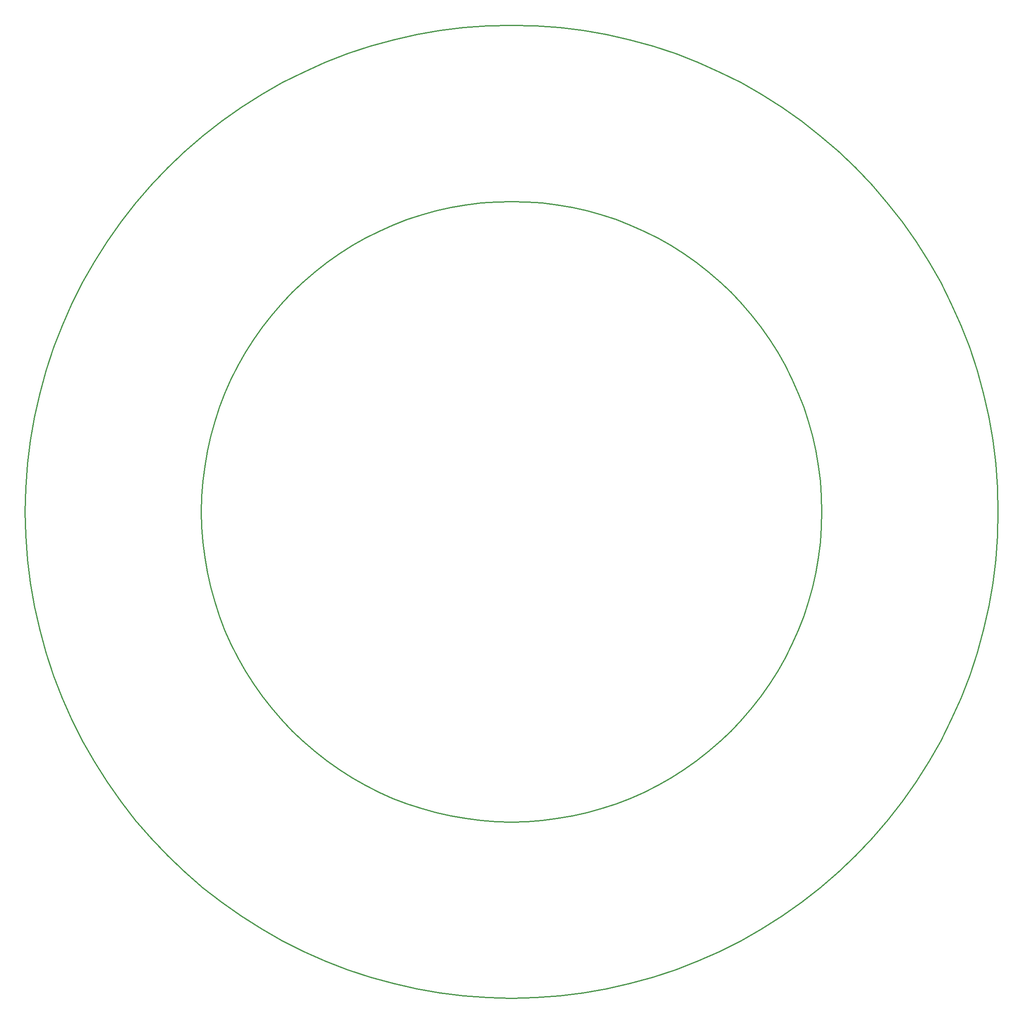
<source format=gbo>
G75*
G70*
%OFA0B0*%
%FSLAX24Y24*%
%IPPOS*%
%LPD*%
%AMOC8*
5,1,8,0,0,1.08239X$1,22.5*
%
%ADD10C,0.0100*%
D10*
X015658Y040658D02*
X015688Y041885D01*
X015778Y043108D01*
X015929Y044326D01*
X016138Y045535D01*
X016407Y046733D01*
X016734Y047915D01*
X017119Y049080D01*
X017561Y050225D01*
X018058Y051347D01*
X018610Y052443D01*
X019215Y053511D01*
X019871Y054547D01*
X020578Y055550D01*
X021333Y056518D01*
X022134Y057447D01*
X022980Y058336D01*
X023869Y059182D01*
X024798Y059983D01*
X025766Y060738D01*
X026769Y061445D01*
X027805Y062101D01*
X028873Y062706D01*
X029969Y063258D01*
X031091Y063755D01*
X032236Y064197D01*
X033401Y064582D01*
X034583Y064909D01*
X035781Y065178D01*
X036990Y065387D01*
X038208Y065538D01*
X039431Y065628D01*
X040658Y065658D01*
X041885Y065628D01*
X043108Y065538D01*
X044326Y065387D01*
X045535Y065178D01*
X046733Y064909D01*
X047915Y064582D01*
X049080Y064197D01*
X050225Y063755D01*
X051347Y063258D01*
X052443Y062706D01*
X053511Y062101D01*
X054547Y061445D01*
X055550Y060738D01*
X056518Y059983D01*
X057447Y059182D01*
X058336Y058336D01*
X059182Y057447D01*
X059983Y056518D01*
X060738Y055550D01*
X061445Y054547D01*
X062101Y053511D01*
X062706Y052443D01*
X063258Y051347D01*
X063755Y050225D01*
X064197Y049080D01*
X064582Y047915D01*
X064909Y046733D01*
X065178Y045535D01*
X065387Y044326D01*
X065538Y043108D01*
X065628Y041885D01*
X065658Y040658D01*
X065628Y039431D01*
X065538Y038208D01*
X065387Y036990D01*
X065178Y035781D01*
X064909Y034583D01*
X064582Y033401D01*
X064197Y032236D01*
X063755Y031091D01*
X063258Y029969D01*
X062706Y028873D01*
X062101Y027805D01*
X061445Y026769D01*
X060738Y025766D01*
X059983Y024798D01*
X059182Y023869D01*
X058336Y022980D01*
X057447Y022134D01*
X056518Y021333D01*
X055550Y020578D01*
X054547Y019871D01*
X053511Y019215D01*
X052443Y018610D01*
X051347Y018058D01*
X050225Y017561D01*
X049080Y017119D01*
X047915Y016734D01*
X046733Y016407D01*
X045535Y016138D01*
X044326Y015929D01*
X043108Y015778D01*
X041885Y015688D01*
X040658Y015658D01*
X039431Y015688D01*
X038208Y015778D01*
X036990Y015929D01*
X035781Y016138D01*
X034583Y016407D01*
X033401Y016734D01*
X032236Y017119D01*
X031091Y017561D01*
X029969Y018058D01*
X028873Y018610D01*
X027805Y019215D01*
X026769Y019871D01*
X025766Y020578D01*
X024798Y021333D01*
X023869Y022134D01*
X022980Y022980D01*
X022134Y023869D01*
X021333Y024798D01*
X020578Y025766D01*
X019871Y026769D01*
X019215Y027805D01*
X018610Y028873D01*
X018058Y029969D01*
X017561Y031091D01*
X017119Y032236D01*
X016734Y033401D01*
X016407Y034583D01*
X016138Y035781D01*
X015929Y036990D01*
X015778Y038208D01*
X015688Y039431D01*
X015658Y040658D01*
X001458Y040658D02*
X001505Y042581D01*
X001647Y044500D01*
X001882Y046410D01*
X002211Y048306D01*
X002633Y050183D01*
X003146Y052037D01*
X003749Y053864D01*
X004442Y055659D01*
X005222Y057418D01*
X006087Y059137D01*
X007035Y060811D01*
X008064Y062436D01*
X009172Y064009D01*
X010356Y065526D01*
X011613Y066983D01*
X012939Y068377D01*
X014333Y069703D01*
X015790Y070960D01*
X017307Y072144D01*
X018880Y073252D01*
X020505Y074281D01*
X022179Y075229D01*
X023898Y076094D01*
X025657Y076874D01*
X027452Y077567D01*
X029279Y078170D01*
X031133Y078683D01*
X033010Y079105D01*
X034906Y079434D01*
X036816Y079669D01*
X038735Y079811D01*
X040658Y079858D01*
X042581Y079811D01*
X044500Y079669D01*
X046410Y079434D01*
X048306Y079105D01*
X050183Y078683D01*
X052037Y078170D01*
X053864Y077567D01*
X055659Y076874D01*
X057418Y076094D01*
X059137Y075229D01*
X060811Y074281D01*
X062436Y073252D01*
X064009Y072144D01*
X065526Y070960D01*
X066983Y069703D01*
X068377Y068377D01*
X069703Y066983D01*
X070960Y065526D01*
X072144Y064009D01*
X073252Y062436D01*
X074281Y060811D01*
X075229Y059137D01*
X076094Y057418D01*
X076874Y055659D01*
X077567Y053864D01*
X078170Y052037D01*
X078683Y050183D01*
X079105Y048306D01*
X079434Y046410D01*
X079669Y044500D01*
X079811Y042581D01*
X079858Y040658D01*
X079811Y038735D01*
X079669Y036816D01*
X079434Y034906D01*
X079105Y033010D01*
X078683Y031133D01*
X078170Y029279D01*
X077567Y027452D01*
X076874Y025657D01*
X076094Y023898D01*
X075229Y022179D01*
X074281Y020505D01*
X073252Y018880D01*
X072144Y017307D01*
X070960Y015790D01*
X069703Y014333D01*
X068377Y012939D01*
X066983Y011613D01*
X065526Y010356D01*
X064009Y009172D01*
X062436Y008064D01*
X060811Y007035D01*
X059137Y006087D01*
X057418Y005222D01*
X055659Y004442D01*
X053864Y003749D01*
X052037Y003146D01*
X050183Y002633D01*
X048306Y002211D01*
X046410Y001882D01*
X044500Y001647D01*
X042581Y001505D01*
X040658Y001458D01*
X038735Y001505D01*
X036816Y001647D01*
X034906Y001882D01*
X033010Y002211D01*
X031133Y002633D01*
X029279Y003146D01*
X027452Y003749D01*
X025657Y004442D01*
X023898Y005222D01*
X022179Y006087D01*
X020505Y007035D01*
X018880Y008064D01*
X017307Y009172D01*
X015790Y010356D01*
X014333Y011613D01*
X012939Y012939D01*
X011613Y014333D01*
X010356Y015790D01*
X009172Y017307D01*
X008064Y018880D01*
X007035Y020505D01*
X006087Y022179D01*
X005222Y023898D01*
X004442Y025657D01*
X003749Y027452D01*
X003146Y029279D01*
X002633Y031133D01*
X002211Y033010D01*
X001882Y034906D01*
X001647Y036816D01*
X001505Y038735D01*
X001458Y040658D01*
M02*

</source>
